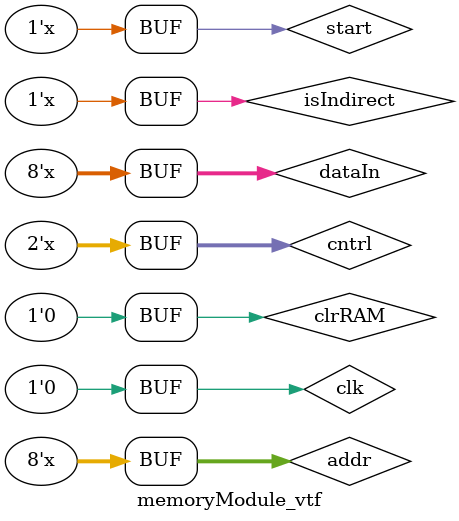
<source format=v>
`timescale 1ns / 1ps


module memoryModule_vtf;

	// Inputs
	reg clk;
	reg clrRAM;
	reg isIndirect;
	reg start;
	reg [1:0] cntrl;
	reg [7:0] addr;
	reg [7:0] dataIn;

	// Outputs
	wire [7:0] dataOut;

	// Instantiate the Unit Under Test (UUT)
	memoryModule uut (
		.clk(clk), 
		.clrRAM(clrRAM), 
		.isIndirect(isIndirect), 
		.start(start), 
		.cntrl(cntrl), 
		.addr(addr), 
		.dataIn(dataIn), 
		.dataOut(dataOut)
	);

	initial begin
		// Initialize Inputs
		clk = 0;
		clrRAM = 0;
		isIndirect = 0;
		start = 0;
		cntrl = 0;
		addr = 0;
		dataIn = 0;

		// Wait 100 ns for global reset to finish
		#100;
        
		// Add stimulus here

	end
	
	always begin
		#5 {isIndirect, start, cntrl, addr, dataIn} = {isIndirect, start, cntrl, addr, dataIn} + 1;
	end
      
endmodule


</source>
